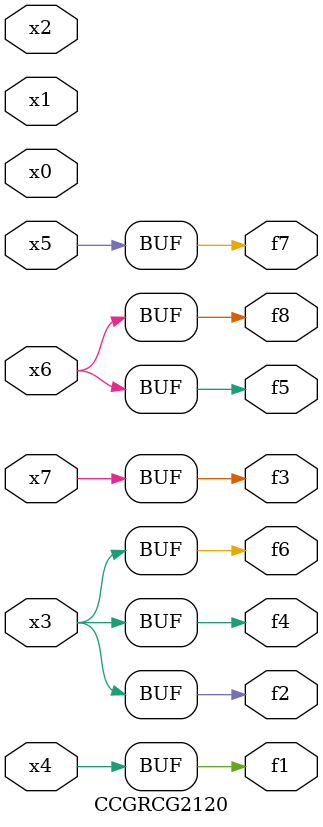
<source format=v>
module CCGRCG2120(
	input x0, x1, x2, x3, x4, x5, x6, x7,
	output f1, f2, f3, f4, f5, f6, f7, f8
);
	assign f1 = x4;
	assign f2 = x3;
	assign f3 = x7;
	assign f4 = x3;
	assign f5 = x6;
	assign f6 = x3;
	assign f7 = x5;
	assign f8 = x6;
endmodule

</source>
